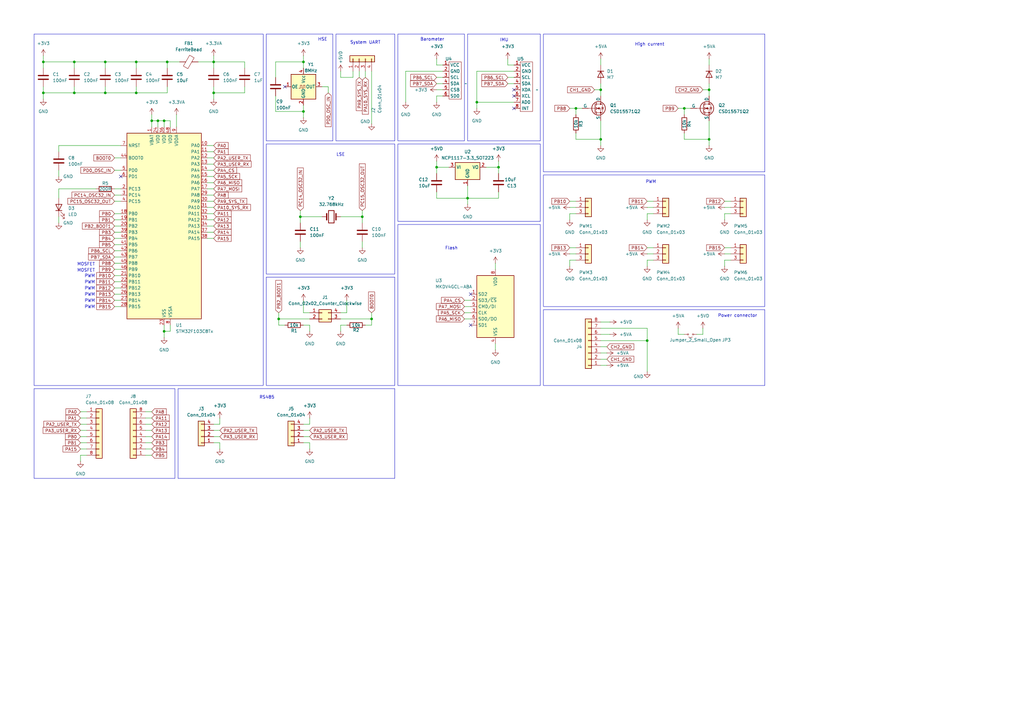
<source format=kicad_sch>
(kicad_sch (version 20231120) (generator "eeschema") (generator_version "8.0")
  (paper "A3")
  (junction (at 30.48 25.4))
  (junction (at 17.78 38.1))
  (junction (at 30.48 38.1))
  (junction (at 179.07 68.58))
  (junction (at 68.58 25.4))
  (junction (at 124.46 25.4))
  (junction (at 290.83 57.15))
  (junction (at 124.46 45.72))
  (junction (at 246.38 57.15))
  (junction (at 204.47 68.58))
  (junction (at 67.31 135.89))
  (junction (at 290.83 36.83))
  (junction (at 43.18 38.1))
  (junction (at 123.19 88.9))
  (junction (at 55.88 38.1))
  (junction (at 87.63 25.4))
  (junction (at 236.22 44.45))
  (junction (at 191.77 81.28))
  (junction (at 64.77 49.53))
  (junction (at 265.43 139.7))
  (junction (at 17.78 25.4))
  (junction (at 43.18 25.4))
  (junction (at 148.59 88.9))
  (junction (at 87.63 38.1))
  (junction (at 152.4 130.81))
  (junction (at 62.23 49.53))
  (junction (at 55.88 25.4))
  (junction (at 280.67 44.45))
  (junction (at 67.31 49.53))
  (junction (at 195.58 41.91))
  (junction (at 114.3 130.81))
  (junction (at 246.38 36.83))
  (no_connect (at 193.04 133.35))
  (no_connect (at 116.84 35.56))
  (no_connect (at 193.04 120.65))
  (no_connect (at 210.82 39.37))
  (no_connect (at 210.82 44.45))
  (no_connect (at 210.82 36.83))
  (no_connect (at 49.53 72.39))
  (wire (pts (xy 124.46 176.53) (xy 127 176.53)))
  (wire (pts (xy 265.43 104.14) (xy 267.97 104.14)))
  (wire (pts (xy 24.13 88.9) (xy 24.13 91.44)))
  (wire (pts (xy 134.62 38.1) (xy 134.62 35.56)))
  (wire (pts (xy 87.63 179.07) (xy 90.17 179.07)))
  (wire (pts (xy 147.32 29.21) (xy 147.32 31.75)))
  (wire (pts (xy 204.47 66.04) (xy 204.47 68.58)))
  (wire (pts (xy 90.17 171.45) (xy 90.17 173.99)))
  (wire (pts (xy 46.99 120.65) (xy 49.53 120.65)))
  (wire (pts (xy 233.68 44.45) (xy 236.22 44.45)))
  (wire (pts (xy 124.46 25.4) (xy 124.46 27.94)))
  (wire (pts (xy 139.7 130.81) (xy 152.4 130.81)))
  (wire (pts (xy 100.33 35.56) (xy 100.33 38.1)))
  (wire (pts (xy 208.28 31.75) (xy 210.82 31.75)))
  (wire (pts (xy 33.02 186.69) (xy 35.56 186.69)))
  (wire (pts (xy 278.13 44.45) (xy 280.67 44.45)))
  (wire (pts (xy 46.99 125.73) (xy 49.53 125.73)))
  (wire (pts (xy 179.07 41.91) (xy 179.07 39.37)))
  (wire (pts (xy 46.99 110.49) (xy 49.53 110.49)))
  (wire (pts (xy 62.23 52.07) (xy 62.23 49.53)))
  (wire (pts (xy 69.85 135.89) (xy 67.31 135.89)))
  (wire (pts (xy 62.23 49.53) (xy 64.77 49.53)))
  (wire (pts (xy 142.24 123.19) (xy 142.24 128.27)))
  (wire (pts (xy 17.78 22.86) (xy 17.78 25.4)))
  (wire (pts (xy 204.47 78.74) (xy 204.47 81.28)))
  (wire (pts (xy 233.68 106.68) (xy 236.22 106.68)))
  (wire (pts (xy 46.99 69.85) (xy 49.53 69.85)))
  (wire (pts (xy 233.68 109.22) (xy 233.68 106.68)))
  (wire (pts (xy 297.18 109.22) (xy 297.18 106.68)))
  (wire (pts (xy 179.07 66.04) (xy 179.07 68.58)))
  (wire (pts (xy 43.18 25.4) (xy 30.48 25.4)))
  (wire (pts (xy 191.77 81.28) (xy 204.47 81.28)))
  (wire (pts (xy 265.43 109.22) (xy 265.43 106.68)))
  (wire (pts (xy 35.56 171.45) (xy 33.02 171.45)))
  (wire (pts (xy 195.58 41.91) (xy 195.58 29.21)))
  (wire (pts (xy 203.2 107.95) (xy 203.2 110.49)))
  (wire (pts (xy 123.19 91.44) (xy 123.19 88.9)))
  (wire (pts (xy 43.18 25.4) (xy 55.88 25.4)))
  (wire (pts (xy 233.68 87.63) (xy 236.22 87.63)))
  (wire (pts (xy 113.03 31.75) (xy 113.03 25.4)))
  (wire (pts (xy 90.17 181.61) (xy 87.63 181.61)))
  (wire (pts (xy 127 135.89) (xy 127 133.35)))
  (wire (pts (xy 246.38 137.16) (xy 250.19 137.16)))
  (wire (pts (xy 233.68 90.17) (xy 233.68 87.63)))
  (wire (pts (xy 246.38 49.53) (xy 246.38 57.15)))
  (wire (pts (xy 35.56 168.91) (xy 33.02 168.91)))
  (wire (pts (xy 85.09 59.69) (xy 87.63 59.69)))
  (wire (pts (xy 233.68 82.55) (xy 236.22 82.55)))
  (wire (pts (xy 46.99 115.57) (xy 49.53 115.57)))
  (wire (pts (xy 208.28 24.13) (xy 208.28 26.67)))
  (wire (pts (xy 87.63 38.1) (xy 87.63 35.56)))
  (wire (pts (xy 179.07 24.13) (xy 179.07 26.67)))
  (wire (pts (xy 208.28 26.67) (xy 210.82 26.67)))
  (wire (pts (xy 144.78 31.75) (xy 144.78 29.21)))
  (wire (pts (xy 265.43 134.62) (xy 265.43 139.7)))
  (wire (pts (xy 179.07 34.29) (xy 181.61 34.29)))
  (wire (pts (xy 87.63 82.55) (xy 85.09 82.55)))
  (wire (pts (xy 43.18 38.1) (xy 43.18 35.56)))
  (wire (pts (xy 59.69 171.45) (xy 62.23 171.45)))
  (wire (pts (xy 246.38 59.69) (xy 246.38 57.15)))
  (wire (pts (xy 46.99 87.63) (xy 49.53 87.63)))
  (wire (pts (xy 24.13 77.47) (xy 24.13 81.28)))
  (wire (pts (xy 246.38 34.29) (xy 246.38 36.83)))
  (wire (pts (xy 46.99 105.41) (xy 49.53 105.41)))
  (wire (pts (xy 67.31 49.53) (xy 67.31 52.07)))
  (wire (pts (xy 148.59 99.06) (xy 148.59 101.6)))
  (wire (pts (xy 123.19 99.06) (xy 123.19 101.6)))
  (wire (pts (xy 59.69 168.91) (xy 62.23 168.91)))
  (wire (pts (xy 190.5 130.81) (xy 193.04 130.81)))
  (wire (pts (xy 265.43 101.6) (xy 267.97 101.6)))
  (wire (pts (xy 59.69 186.69) (xy 62.23 186.69)))
  (wire (pts (xy 280.67 46.99) (xy 280.67 44.45)))
  (wire (pts (xy 46.99 123.19) (xy 49.53 123.19)))
  (wire (pts (xy 233.68 85.09) (xy 236.22 85.09)))
  (wire (pts (xy 124.46 45.72) (xy 113.03 45.72)))
  (wire (pts (xy 204.47 68.58) (xy 204.47 71.12)))
  (wire (pts (xy 208.28 34.29) (xy 210.82 34.29)))
  (wire (pts (xy 67.31 49.53) (xy 69.85 49.53)))
  (wire (pts (xy 246.38 144.78) (xy 248.92 144.78)))
  (wire (pts (xy 297.18 87.63) (xy 299.72 87.63)))
  (wire (pts (xy 297.18 104.14) (xy 299.72 104.14)))
  (wire (pts (xy 85.09 85.09) (xy 87.63 85.09)))
  (wire (pts (xy 179.07 31.75) (xy 181.61 31.75)))
  (wire (pts (xy 35.56 176.53) (xy 33.02 176.53)))
  (wire (pts (xy 116.84 133.35) (xy 114.3 133.35)))
  (wire (pts (xy 100.33 27.94) (xy 100.33 25.4)))
  (wire (pts (xy 179.07 39.37) (xy 181.61 39.37)))
  (wire (pts (xy 248.92 147.32) (xy 246.38 147.32)))
  (wire (pts (xy 265.43 87.63) (xy 267.97 87.63)))
  (wire (pts (xy 67.31 135.89) (xy 67.31 133.35)))
  (wire (pts (xy 243.84 36.83) (xy 246.38 36.83)))
  (wire (pts (xy 46.99 97.79) (xy 49.53 97.79)))
  (wire (pts (xy 265.43 90.17) (xy 265.43 87.63)))
  (wire (pts (xy 90.17 184.15) (xy 90.17 181.61)))
  (wire (pts (xy 123.19 88.9) (xy 132.08 88.9)))
  (wire (pts (xy 85.09 92.71) (xy 87.63 92.71)))
  (wire (pts (xy 87.63 25.4) (xy 100.33 25.4)))
  (wire (pts (xy 59.69 176.53) (xy 62.23 176.53)))
  (wire (pts (xy 17.78 25.4) (xy 17.78 27.94)))
  (wire (pts (xy 55.88 35.56) (xy 55.88 38.1)))
  (wire (pts (xy 246.38 149.86) (xy 248.92 149.86)))
  (wire (pts (xy 190.5 125.73) (xy 193.04 125.73)))
  (wire (pts (xy 195.58 29.21) (xy 210.82 29.21)))
  (wire (pts (xy 68.58 38.1) (xy 55.88 38.1)))
  (wire (pts (xy 46.99 82.55) (xy 49.53 82.55)))
  (wire (pts (xy 290.83 24.13) (xy 290.83 26.67)))
  (wire (pts (xy 139.7 88.9) (xy 148.59 88.9)))
  (wire (pts (xy 139.7 31.75) (xy 144.78 31.75)))
  (wire (pts (xy 46.99 77.47) (xy 49.53 77.47)))
  (wire (pts (xy 46.99 64.77) (xy 49.53 64.77)))
  (wire (pts (xy 24.13 77.47) (xy 39.37 77.47)))
  (wire (pts (xy 46.99 118.11) (xy 49.53 118.11)))
  (wire (pts (xy 124.46 22.86) (xy 124.46 25.4)))
  (wire (pts (xy 191.77 81.28) (xy 191.77 76.2)))
  (wire (pts (xy 30.48 27.94) (xy 30.48 25.4)))
  (wire (pts (xy 33.02 189.23) (xy 33.02 186.69)))
  (wire (pts (xy 290.83 49.53) (xy 290.83 57.15)))
  (wire (pts (xy 179.07 68.58) (xy 184.15 68.58)))
  (wire (pts (xy 265.43 106.68) (xy 267.97 106.68)))
  (wire (pts (xy 148.59 88.9) (xy 148.59 91.44)))
  (wire (pts (xy 127 181.61) (xy 124.46 181.61)))
  (wire (pts (xy 152.4 50.8) (xy 152.4 29.21)))
  (wire (pts (xy 236.22 46.99) (xy 236.22 44.45)))
  (wire (pts (xy 195.58 44.45) (xy 195.58 41.91)))
  (wire (pts (xy 134.62 35.56) (xy 132.08 35.56)))
  (wire (pts (xy 35.56 179.07) (xy 33.02 179.07)))
  (wire (pts (xy 69.85 133.35) (xy 69.85 135.89)))
  (wire (pts (xy 179.07 81.28) (xy 179.07 78.74)))
  (wire (pts (xy 85.09 87.63) (xy 87.63 87.63)))
  (wire (pts (xy 297.18 101.6) (xy 299.72 101.6)))
  (wire (pts (xy 297.18 106.68) (xy 299.72 106.68)))
  (wire (pts (xy 85.09 72.39) (xy 87.63 72.39)))
  (wire (pts (xy 46.99 107.95) (xy 49.53 107.95)))
  (wire (pts (xy 265.43 152.4) (xy 265.43 139.7)))
  (wire (pts (xy 280.67 57.15) (xy 280.67 54.61)))
  (wire (pts (xy 35.56 184.15) (xy 33.02 184.15)))
  (wire (pts (xy 43.18 27.94) (xy 43.18 25.4)))
  (wire (pts (xy 68.58 35.56) (xy 68.58 38.1)))
  (wire (pts (xy 59.69 184.15) (xy 62.23 184.15)))
  (wire (pts (xy 278.13 134.62) (xy 278.13 137.16)))
  (wire (pts (xy 297.18 90.17) (xy 297.18 87.63)))
  (wire (pts (xy 179.07 36.83) (xy 181.61 36.83)))
  (wire (pts (xy 35.56 181.61) (xy 33.02 181.61)))
  (wire (pts (xy 46.99 113.03) (xy 49.53 113.03)))
  (wire (pts (xy 139.7 29.21) (xy 139.7 31.75)))
  (wire (pts (xy 64.77 49.53) (xy 67.31 49.53)))
  (wire (pts (xy 139.7 133.35) (xy 139.7 135.89)))
  (wire (pts (xy 233.68 104.14) (xy 236.22 104.14)))
  (wire (pts (xy 87.63 22.86) (xy 87.63 25.4)))
  (wire (pts (xy 55.88 38.1) (xy 43.18 38.1)))
  (wire (pts (xy 85.09 97.79) (xy 87.63 97.79)))
  (wire (pts (xy 59.69 181.61) (xy 62.23 181.61)))
  (wire (pts (xy 148.59 86.36) (xy 148.59 88.9)))
  (wire (pts (xy 85.09 95.25) (xy 87.63 95.25)))
  (wire (pts (xy 127 184.15) (xy 127 181.61)))
  (wire (pts (xy 85.09 69.85) (xy 87.63 69.85)))
  (wire (pts (xy 85.09 74.93) (xy 87.63 74.93)))
  (wire (pts (xy 87.63 176.53) (xy 90.17 176.53)))
  (wire (pts (xy 55.88 25.4) (xy 68.58 25.4)))
  (wire (pts (xy 124.46 123.19) (xy 124.46 128.27)))
  (wire (pts (xy 280.67 44.45) (xy 283.21 44.45)))
  (wire (pts (xy 114.3 133.35) (xy 114.3 130.81)))
  (wire (pts (xy 288.29 137.16) (xy 288.29 134.62)))
  (wire (pts (xy 246.38 132.08) (xy 250.19 132.08)))
  (wire (pts (xy 149.86 133.35) (xy 152.4 133.35)))
  (wire (pts (xy 179.07 81.28) (xy 191.77 81.28)))
  (wire (pts (xy 124.46 43.18) (xy 124.46 45.72)))
  (wire (pts (xy 203.2 140.97) (xy 203.2 143.51)))
  (wire (pts (xy 114.3 130.81) (xy 127 130.81)))
  (wire (pts (xy 152.4 133.35) (xy 152.4 130.81)))
  (wire (pts (xy 30.48 38.1) (xy 43.18 38.1)))
  (wire (pts (xy 280.67 57.15) (xy 290.83 57.15)))
  (wire (pts (xy 87.63 38.1) (xy 100.33 38.1)))
  (wire (pts (xy 124.46 128.27) (xy 127 128.27)))
  (wire (pts (xy 236.22 57.15) (xy 246.38 57.15)))
  (wire (pts (xy 113.03 25.4) (xy 124.46 25.4)))
  (wire (pts (xy 68.58 27.94) (xy 68.58 25.4)))
  (wire (pts (xy 236.22 57.15) (xy 236.22 54.61)))
  (wire (pts (xy 17.78 38.1) (xy 30.48 38.1)))
  (wire (pts (xy 55.88 27.94) (xy 55.88 25.4)))
  (wire (pts (xy 35.56 173.99) (xy 33.02 173.99)))
  (wire (pts (xy 127 133.35) (xy 124.46 133.35)))
  (wire (pts (xy 190.5 123.19) (xy 193.04 123.19)))
  (wire (pts (xy 24.13 59.69) (xy 49.53 59.69)))
  (wire (pts (xy 195.58 41.91) (xy 210.82 41.91)))
  (wire (pts (xy 297.18 85.09) (xy 299.72 85.09)))
  (wire (pts (xy 46.99 102.87) (xy 49.53 102.87)))
  (wire (pts (xy 85.09 90.17) (xy 87.63 90.17)))
  (wire (pts (xy 124.46 48.26) (xy 124.46 45.72)))
  (wire (pts (xy 265.43 85.09) (xy 267.97 85.09)))
  (wire (pts (xy 17.78 25.4) (xy 30.48 25.4)))
  (wire (pts (xy 278.13 137.16) (xy 280.67 137.16)))
  (wire (pts (xy 46.99 92.71) (xy 49.53 92.71)))
  (wire (pts (xy 179.07 26.67) (xy 181.61 26.67)))
  (wire (pts (xy 149.86 29.21) (xy 149.86 31.75)))
  (wire (pts (xy 90.17 173.99) (xy 87.63 173.99)))
  (wire (pts (xy 62.23 46.99) (xy 62.23 49.53)))
  (wire (pts (xy 199.39 68.58) (xy 204.47 68.58)))
  (wire (pts (xy 17.78 38.1) (xy 17.78 40.64)))
  (wire (pts (xy 114.3 128.27) (xy 114.3 130.81)))
  (wire (pts (xy 179.07 71.12) (xy 179.07 68.58)))
  (wire (pts (xy 113.03 45.72) (xy 113.03 39.37)))
  (wire (pts (xy 288.29 36.83) (xy 290.83 36.83)))
  (wire (pts (xy 85.09 67.31) (xy 87.63 67.31)))
  (wire (pts (xy 123.19 86.36) (xy 123.19 88.9)))
  (wire (pts (xy 87.63 25.4) (xy 87.63 27.94)))
  (wire (pts (xy 69.85 49.53) (xy 69.85 52.07)))
  (wire (pts (xy 246.38 39.37) (xy 246.38 36.83)))
  (wire (pts (xy 166.37 29.21) (xy 181.61 29.21)))
  (wire (pts (xy 85.09 77.47) (xy 87.63 77.47)))
  (wire (pts (xy 246.38 134.62) (xy 265.43 134.62)))
  (wire (pts (xy 127 171.45) (xy 127 173.99)))
  (wire (pts (xy 85.09 80.01) (xy 87.63 80.01)))
  (wire (pts (xy 290.83 39.37) (xy 290.83 36.83)))
  (wire (pts (xy 81.28 25.4) (xy 87.63 25.4)))
  (wire (pts (xy 64.77 49.53) (xy 64.77 52.07)))
  (wire (pts (xy 17.78 35.56) (xy 17.78 38.1)))
  (wire (pts (xy 46.99 95.25) (xy 49.53 95.25)))
  (wire (pts (xy 72.39 46.99) (xy 72.39 52.07)))
  (wire (pts (xy 265.43 139.7) (xy 246.38 139.7)))
  (wire (pts (xy 46.99 80.01) (xy 49.53 80.01)))
  (wire (pts (xy 59.69 179.07) (xy 62.23 179.07)))
  (wire (pts (xy 124.46 179.07) (xy 127 179.07)))
  (wire (pts (xy 142.24 133.35) (xy 139.7 133.35)))
  (wire (pts (xy 85.09 64.77) (xy 87.63 64.77)))
  (wire (pts (xy 24.13 62.23) (xy 24.13 59.69)))
  (wire (pts (xy 285.75 137.16) (xy 288.29 137.16)))
  (wire (pts (xy 85.09 62.23) (xy 87.63 62.23)))
  (wire (pts (xy 166.37 41.91) (xy 166.37 29.21)))
  (wire (pts (xy 59.69 173.99) (xy 62.23 173.99)))
  (wire (pts (xy 297.18 82.55) (xy 299.72 82.55)))
  (wire (pts (xy 248.92 142.24) (xy 246.38 142.24)))
  (wire (pts (xy 30.48 35.56) (xy 30.48 38.1)))
  (wire (pts (xy 46.99 90.17) (xy 49.53 90.17)))
  (wire (pts (xy 265.43 82.55) (xy 267.97 82.55)))
  (wire (pts (xy 67.31 138.43) (xy 67.31 135.89)))
  (wire (pts (xy 290.83 59.69) (xy 290.83 57.15)))
  (wire (pts (xy 68.58 25.4) (xy 73.66 25.4)))
  (wire (pts (xy 191.77 81.28) (xy 191.77 83.82)))
  (wire (pts (xy 152.4 128.27) (xy 152.4 130.81)))
  (wire (pts (xy 127 173.99) (xy 124.46 173.99)))
  (wire (pts (xy 139.7 128.27) (xy 142.24 128.27)))
  (wire (pts (xy 246.38 24.13) (xy 246.38 26.67)))
  (wire (pts (xy 190.5 128.27) (xy 193.04 128.27)))
  (wire (pts (xy 24.13 69.85) (xy 24.13 72.39)))
  (wire (pts (xy 87.63 40.64) (xy 87.63 38.1)))
  (wire (pts (xy 46.99 100.33) (xy 49.53 100.33)))
  (wire (pts (xy 290.83 34.29) (xy 290.83 36.83)))
  (wire (pts (xy 233.68 101.6) (xy 236.22 101.6)))
  (wire (pts (xy 236.22 44.45) (xy 238.76 44.45)))
  (rectangle (start 109.22 13.97) (end 136.525 57.785))
  (rectangle (start 13.97 13.97) (end 107.95 158.115))
  (rectangle (start 222.885 13.97) (end 313.69 70.485))
  (rectangle (start 222.885 71.755) (end 313.69 125.73))
  (rectangle (start 109.22 59.055) (end 161.925 112.395))
  (rectangle (start 13.97 159.385) (end 71.755 196.215))
  (rectangle (start 222.885 127) (end 313.69 158.115))
  (rectangle (start 137.795 13.97) (end 161.925 57.785))
  (rectangle (start 163.195 13.97) (end 190.5 57.785))
  (rectangle (start 109.22 113.665) (end 161.925 158.115))
  (rectangle (start 73.025 159.385) (end 161.925 196.215))
  (rectangle (start 163.195 92.075) (end 221.615 158.115))
  (rectangle (start 163.195 59.055) (end 221.615 90.805))
  (rectangle (start 191.77 13.97) (end 221.615 57.785))
  (text "HSE" (at 132.334 16.256 0) (effects (font (size 1.27 1.27))))
  (text "Barometer" (at 177.292 16.256 0) (effects (font (size 1.27 1.27))))
  (text "PWM" (at 36.83 125.984 0) (effects (font (size 1.27 1.27))))
  (text "System UART" (at 149.86 17.526 0) (effects (font (size 1.27 1.27))))
  (text "PWM" (at 36.83 113.284 0) (effects (font (size 1.27 1.27))))
  (text "Power connector" (at 302.514 129.54 0) (effects (font (size 1.27 1.27))))
  (text "High current" (at 266.446 18.288 0) (effects (font (size 1.27 1.27))))
  (text "PWM" (at 266.954 74.676 0) (effects (font (size 1.27 1.27))))
  (text "RS485" (at 109.474 163.068 0) (effects (font (size 1.27 1.27))))
  (text "PWM" (at 36.83 120.904 0) (effects (font (size 1.27 1.27))))
  (text "PWM" (at 36.83 123.444 0) (effects (font (size 1.27 1.27))))
  (text "LSE" (at 139.7 63.5 0) (effects (font (size 1.27 1.27))))
  (text "PWM" (at 36.83 118.364 0) (effects (font (size 1.27 1.27))))
  (text "Flash" (at 185.166 101.854 0) (effects (font (size 1.27 1.27))))
  (text "PWM" (at 36.83 115.824 0) (effects (font (size 1.27 1.27))))
  (text "MOSFET" (at 35.306 108.458 0) (effects (font (size 1.27 1.27))))
  (text "MOSFET" (at 35.306 110.998 0) (effects (font (size 1.27 1.27))))
  (text "IMU" (at 206.756 16.51 0) (effects (font (size 1.27 1.27))))
  (global_label "CH2_GND" (shape input) (at 288.29 36.83 180) (property "Intersheetrefs" "${INTERSHEET_REFS}" (effects (hide yes))))
  (global_label "PA3_USER_RX" (shape input) (at 33.02 176.53 180) (property "Intersheetrefs" "${INTERSHEET_REFS}" (effects (hide yes))))
  (global_label "PA2_USER_TX" (shape input) (at 33.02 173.99 180) (property "Intersheetrefs" "${INTERSHEET_REFS}" (effects (hide yes))))
  (global_label "CH2_GND" (shape input) (at 248.92 142.24 0) (property "Intersheetrefs" "${INTERSHEET_REFS}" (effects (hide yes))))
  (global_label "PB12" (shape input) (at 297.18 82.55 180) (property "Intersheetrefs" "${INTERSHEET_REFS}" (effects (hide yes))))
  (global_label "PC14_OSC32_IN" (shape input) (at 123.19 86.36 90) (property "Intersheetrefs" "${INTERSHEET_REFS}" (effects (hide yes))))
  (global_label "PA5_SCK" (shape input) (at 87.63 72.39 0) (property "Intersheetrefs" "${INTERSHEET_REFS}" (effects (hide yes))))
  (global_label "PB9" (shape input) (at 278.13 44.45 180) (property "Intersheetrefs" "${INTERSHEET_REFS}" (effects (hide yes))))
  (global_label "PA9_SYS_TX" (shape input) (at 87.63 82.55 0) (property "Intersheetrefs" "${INTERSHEET_REFS}" (effects (hide yes))))
  (global_label "PA7_MOSI" (shape input) (at 190.5 125.73 180) (property "Intersheetrefs" "${INTERSHEET_REFS}" (effects (hide yes))))
  (global_label "PB9" (shape input) (at 46.99 110.49 180) (property "Intersheetrefs" "${INTERSHEET_REFS}" (effects (hide yes))))
  (global_label "PA2_USER_TX" (shape input) (at 90.17 176.53 0) (property "Intersheetrefs" "${INTERSHEET_REFS}" (effects (hide yes))))
  (global_label "PA14" (shape input) (at 87.63 95.25 0) (property "Intersheetrefs" "${INTERSHEET_REFS}" (effects (hide yes))))
  (global_label "PB14" (shape input) (at 46.99 123.19 180) (property "Intersheetrefs" "${INTERSHEET_REFS}" (effects (hide yes))))
  (global_label "PB1" (shape input) (at 46.99 90.17 180) (property "Intersheetrefs" "${INTERSHEET_REFS}" (effects (hide yes))))
  (global_label "PB15" (shape input) (at 297.18 101.6 180) (property "Intersheetrefs" "${INTERSHEET_REFS}" (effects (hide yes))))
  (global_label "PA8" (shape input) (at 87.63 80.01 0) (property "Intersheetrefs" "${INTERSHEET_REFS}" (effects (hide yes))))
  (global_label "PB3" (shape input) (at 46.99 95.25 180) (property "Intersheetrefs" "${INTERSHEET_REFS}" (effects (hide yes))))
  (global_label "PB12" (shape input) (at 46.99 118.11 180) (property "Intersheetrefs" "${INTERSHEET_REFS}" (effects (hide yes))))
  (global_label "PA4_CS" (shape input) (at 190.5 123.19 180) (property "Intersheetrefs" "${INTERSHEET_REFS}" (effects (hide yes))))
  (global_label "PB3" (shape input) (at 62.23 181.61 0) (property "Intersheetrefs" "${INTERSHEET_REFS}" (effects (hide yes))))
  (global_label "PB13" (shape input) (at 46.99 120.65 180) (property "Intersheetrefs" "${INTERSHEET_REFS}" (effects (hide yes))))
  (global_label "PA13" (shape input) (at 87.63 92.71 0) (property "Intersheetrefs" "${INTERSHEET_REFS}" (effects (hide yes))))
  (global_label "PA12" (shape input) (at 87.63 90.17 0) (property "Intersheetrefs" "${INTERSHEET_REFS}" (effects (hide yes))))
  (global_label "PB1" (shape input) (at 33.02 181.61 180) (property "Intersheetrefs" "${INTERSHEET_REFS}" (effects (hide yes))))
  (global_label "PA3_USER_RX" (shape input) (at 87.63 67.31 0) (property "Intersheetrefs" "${INTERSHEET_REFS}" (effects (hide yes))))
  (global_label "PA15" (shape input) (at 33.02 184.15 180) (property "Intersheetrefs" "${INTERSHEET_REFS}" (effects (hide yes))))
  (global_label "PB4" (shape input) (at 46.99 97.79 180) (property "Intersheetrefs" "${INTERSHEET_REFS}" (effects (hide yes))))
  (global_label "PA10_SYS_RX" (shape input) (at 149.86 31.75 270) (property "Intersheetrefs" "${INTERSHEET_REFS}" (effects (hide yes))))
  (global_label "PA3_USER_RX" (shape input) (at 127 179.07 0) (property "Intersheetrefs" "${INTERSHEET_REFS}" (effects (hide yes))))
  (global_label "PB8" (shape input) (at 233.68 44.45 180) (property "Intersheetrefs" "${INTERSHEET_REFS}" (effects (hide yes))))
  (global_label "PB7_SDA" (shape input) (at 179.07 34.29 180) (property "Intersheetrefs" "${INTERSHEET_REFS}" (effects (hide yes))))
  (global_label "BOOT0" (shape input) (at 152.4 128.27 90) (property "Intersheetrefs" "${INTERSHEET_REFS}" (effects (hide yes))))
  (global_label "PC15_OSC32_OUT" (shape input) (at 148.59 86.36 90) (property "Intersheetrefs" "${INTERSHEET_REFS}" (effects (hide yes))))
  (global_label "PA3_USER_RX" (shape input) (at 90.17 179.07 0) (property "Intersheetrefs" "${INTERSHEET_REFS}" (effects (hide yes))))
  (global_label "PA10_SYS_RX" (shape input) (at 87.63 85.09 0) (property "Intersheetrefs" "${INTERSHEET_REFS}" (effects (hide yes))))
  (global_label "PB5" (shape input) (at 62.23 186.69 0) (property "Intersheetrefs" "${INTERSHEET_REFS}" (effects (hide yes))))
  (global_label "PB8" (shape input) (at 46.99 107.95 180) (property "Intersheetrefs" "${INTERSHEET_REFS}" (effects (hide yes))))
  (global_label "PB7_SDA" (shape input) (at 208.28 34.29 180) (property "Intersheetrefs" "${INTERSHEET_REFS}" (effects (hide yes))))
  (global_label "PB10" (shape input) (at 46.99 113.03 180) (property "Intersheetrefs" "${INTERSHEET_REFS}" (effects (hide yes))))
  (global_label "PB10" (shape input) (at 233.68 82.55 180) (property "Intersheetrefs" "${INTERSHEET_REFS}" (effects (hide yes))))
  (global_label "PA2_USER_TX" (shape input) (at 87.63 64.77 0) (property "Intersheetrefs" "${INTERSHEET_REFS}" (effects (hide yes))))
  (global_label "PA7_MOSI" (shape input) (at 87.63 77.47 0) (property "Intersheetrefs" "${INTERSHEET_REFS}" (effects (hide yes))))
  (global_label "PA2_USER_TX" (shape input) (at 127 176.53 0) (property "Intersheetrefs" "${INTERSHEET_REFS}" (effects (hide yes))))
  (global_label "PA1" (shape input) (at 33.02 171.45 180) (property "Intersheetrefs" "${INTERSHEET_REFS}" (effects (hide yes))))
  (global_label "PC15_OSC32_OUT" (shape input) (at 46.99 82.55 180) (property "Intersheetrefs" "${INTERSHEET_REFS}" (effects (hide yes))))
  (global_label "PB6_SCL" (shape input) (at 179.07 31.75 180) (property "Intersheetrefs" "${INTERSHEET_REFS}" (effects (hide yes))))
  (global_label "PA15" (shape input) (at 87.63 97.79 0) (property "Intersheetrefs" "${INTERSHEET_REFS}" (effects (hide yes))))
  (global_label "PB2_BOOT1" (shape input) (at 114.3 128.27 90) (property "Intersheetrefs" "${INTERSHEET_REFS}" (effects (hide yes))))
  (global_label "PD0_OSC_IN" (shape input) (at 134.62 38.1 270) (property "Intersheetrefs" "${INTERSHEET_REFS}" (effects (hide yes))))
  (global_label "PA5_SCK" (shape input) (at 190.5 128.27 180) (property "Intersheetrefs" "${INTERSHEET_REFS}" (effects (hide yes))))
  (global_label "PB5" (shape input) (at 46.99 100.33 180) (property "Intersheetrefs" "${INTERSHEET_REFS}" (effects (hide yes))))
  (global_label "PA12" (shape input) (at 62.23 173.99 0) (property "Intersheetrefs" "${INTERSHEET_REFS}" (effects (hide yes))))
  (global_label "PA6_MISO" (shape input) (at 190.5 130.81 180) (property "Intersheetrefs" "${INTERSHEET_REFS}" (effects (hide yes))))
  (global_label "PB4" (shape input) (at 62.23 184.15 0) (property "Intersheetrefs" "${INTERSHEET_REFS}" (effects (hide yes))))
  (global_label "PB0" (shape input) (at 33.02 179.07 180) (property "Intersheetrefs" "${INTERSHEET_REFS}" (effects (hide yes))))
  (global_label "PA0" (shape input) (at 33.02 168.91 180) (property "Intersheetrefs" "${INTERSHEET_REFS}" (effects (hide yes))))
  (global_label "PA1" (shape input) (at 87.63 62.23 0) (property "Intersheetrefs" "${INTERSHEET_REFS}" (effects (hide yes))))
  (global_label "PB6_SCL" (shape input) (at 208.28 31.75 180) (property "Intersheetrefs" "${INTERSHEET_REFS}" (effects (hide yes))))
  (global_label "PB15" (shape input) (at 46.99 125.73 180) (property "Intersheetrefs" "${INTERSHEET_REFS}" (effects (hide yes))))
  (global_label "PB11" (shape input) (at 265.43 82.55 180) (property "Intersheetrefs" "${INTERSHEET_REFS}" (effects (hide yes))))
  (global_label "PA6_MISO" (shape input) (at 87.63 74.93 0) (property "Intersheetrefs" "${INTERSHEET_REFS}" (effects (hide yes))))
  (global_label "PB14" (shape input) (at 265.43 101.6 180) (property "Intersheetrefs" "${INTERSHEET_REFS}" (effects (hide yes))))
  (global_label "PB6_SCL" (shape input) (at 46.99 102.87 180) (property "Intersheetrefs" "${INTERSHEET_REFS}" (effects (hide yes))))
  (global_label "PA13" (shape input) (at 62.23 176.53 0) (property "Intersheetrefs" "${INTERSHEET_REFS}" (effects (hide yes))))
  (global_label "CH1_GND" (shape input) (at 248.92 147.32 0) (property "Intersheetrefs" "${INTERSHEET_REFS}" (effects (hide yes))))
  (global_label "PC14_OSC32_IN" (shape input) (at 46.99 80.01 180) (property "Intersheetrefs" "${INTERSHEET_REFS}" (effects (hide yes))))
  (global_label "CH1_GND" (shape input) (at 243.84 36.83 180) (property "Intersheetrefs" "${INTERSHEET_REFS}" (effects (hide yes))))
  (global_label "PB13" (shape input) (at 233.68 101.6 180) (property "Intersheetrefs" "${INTERSHEET_REFS}" (effects (hide yes))))
  (global_label "PA9_SYS_TX" (shape input) (at 147.32 31.75 270) (property "Intersheetrefs" "${INTERSHEET_REFS}" (effects (hide yes))))
  (global_label "PA11" (shape input) (at 62.23 171.45 0) (property "Intersheetrefs" "${INTERSHEET_REFS}" (effects (hide yes))))
  (global_label "PB7_SDA" (shape input) (at 46.99 105.41 180) (property "Intersheetrefs" "${INTERSHEET_REFS}" (effects (hide yes))))
  (global_label "PA4_CS" (shape input) (at 87.63 69.85 0) (property "Intersheetrefs" "${INTERSHEET_REFS}" (effects (hide yes))))
  (global_label "PA14" (shape input) (at 62.23 179.07 0) (property "Intersheetrefs" "${INTERSHEET_REFS}" (effects (hide yes))))
  (global_label "PA0" (shape input) (at 87.63 59.69 0) (property "Intersheetrefs" "${INTERSHEET_REFS}" (effects (hide yes))))
  (global_label "PB0" (shape input) (at 46.99 87.63 180) (property "Intersheetrefs" "${INTERSHEET_REFS}" (effects (hide yes))))
  (global_label "PB2_BOOT1" (shape input) (at 46.99 92.71 180) (property "Intersheetrefs" "${INTERSHEET_REFS}" (effects (hide yes))))
  (global_label "PD0_OSC_IN" (shape input) (at 46.99 69.85 180) (property "Intersheetrefs" "${INTERSHEET_REFS}" (effects (hide yes))))
  (global_label "BOOT0" (shape input) (at 46.99 64.77 180) (property "Intersheetrefs" "${INTERSHEET_REFS}" (effects (hide yes))))
  (global_label "PA8" (shape input) (at 62.23 168.91 0) (property "Intersheetrefs" "${INTERSHEET_REFS}" (effects (hide yes))))
  (global_label "PA11" (shape input) (at 87.63 87.63 0) (property "Intersheetrefs" "${INTERSHEET_REFS}" (effects (hide yes))))
  (global_label "PB11" (shape input) (at 46.99 115.57 180) (property "Intersheetrefs" "${INTERSHEET_REFS}" (effects (hide yes))))
  (symbol (lib_id "power:GND") (at 290.83 59.69 0) (unit 1)
    (property "Reference" "#PWR033" (effects (hide yes)))
    (property "Value" "GND" (at 290.83 64.77 0))
    (property "Description" "Power symbol creates a global label with name \"GND\" , ground" (effects (hide yes)))
  )
  (symbol (lib_id "Connector_Generic:Conn_01x03") (at 241.3 85.09 0) (unit 1)
    (property "Reference" "PWM1" (at 237.49 92.71 0) (effects (justify left)))
    (property "Value" "Conn_01x03" (at 237.49 95.25 0) (effects (justify left)))
    (property "Footprint" "uwac-flight-computer:PWM" (effects (hide yes)))
    (property "Description" "Generic connector, single row, 01x03, script generated (kicad-library-utils/schlib/autogen/connector/)" (effects (hide yes)))
  )
  (symbol (lib_id "power:GND") (at 246.38 59.69 0) (unit 1)
    (property "Reference" "#PWR030" (effects (hide yes)))
    (property "Value" "GND" (at 246.38 64.77 0))
    (property "Description" "Power symbol creates a global label with name \"GND\" , ground" (effects (hide yes)))
  )
  (symbol (lib_id "power:GND") (at 233.68 90.17 0) (unit 1)
    (property "Reference" "#PWR035" (effects (hide yes)))
    (property "Value" "GND" (at 233.68 95.25 0))
    (property "Description" "Power symbol creates a global label with name \"GND\" , ground" (effects (hide yes)))
  )
  (symbol (lib_id "Device:R") (at 43.18 77.47 90) (unit 1)
    (property "Reference" "R5" (at 43.18 75.184 90))
    (property "Value" "200R" (at 43.18 77.47 90))
    (property "Footprint" "Resistor_SMD:R_0402_1005Metric" (effects (hide yes)))
    (property "Description" "Resistor" (effects (hide yes)))
    (property "LCSC" "C25087" (effects (hide yes)))
  )
  (symbol (lib_id "Connector_Generic:Conn_01x03") (at 304.8 85.09 0) (unit 1)
    (property "Reference" "PWM5" (at 300.99 92.71 0) (effects (justify left)))
    (property "Value" "Conn_01x03" (at 300.99 95.25 0) (effects (justify left)))
    (property "Footprint" "uwac-flight-computer:PWM" (effects (hide yes)))
    (property "Description" "Generic connector, single row, 01x03, script generated (kicad-library-utils/schlib/autogen/connector/)" (effects (hide yes)))
  )
  (symbol (lib_id "power:GND") (at 67.31 138.43 0) (unit 1)
    (property "Reference" "#PWR010" (effects (hide yes)))
    (property "Value" "GND" (at 67.31 143.51 0))
    (property "Description" "Power symbol creates a global label with name \"GND\" , ground" (effects (hide yes)))
  )
  (symbol (lib_id "Connector_Generic:Conn_01x04") (at 119.38 179.07 180) (unit 1)
    (property "Reference" "J5" (at 119.38 167.64 0))
    (property "Value" "Conn_01x04" (at 119.38 170.18 0))
    (property "Footprint" "Connector_PinHeader_2.54mm:PinHeader_1x04_P2.54mm_Vertical" (effects (hide yes)))
    (property "Description" "Generic connector, single row, 01x04, script generated (kicad-library-utils/schlib/autogen/connector/)" (effects (hide yes)))
  )
  (symbol (lib_id "Device:C") (at 43.18 31.75 0) (unit 1)
    (property "Reference" "C3" (at 46.99 30.4799 0) (effects (justify left)))
    (property "Value" "100nF" (at 46.99 33.0199 0) (effects (justify left)))
    (property "Footprint" "Capacitor_SMD:C_0402_1005Metric" (effects (hide yes)))
    (property "Description" "Unpolarized capacitor" (effects (hide yes)))
    (property "LCSC" "C1525" (effects (hide yes)))
  )
  (symbol (lib_id "power:GND") (at 265.43 152.4 0) (unit 1)
    (property "Reference" "#PWR058" (effects (hide yes)))
    (property "Value" "GND" (at 261.874 154.432 0))
    (property "Description" "Power symbol creates a global label with name \"GND\" , ground" (effects (hide yes)))
  )
  (symbol (lib_id "power:+5VA") (at 278.13 134.62 0) (unit 1)
    (property "Reference" "#PWR050" (effects (hide yes)))
    (property "Value" "+5VA" (at 278.13 129.54 0))
    (property "Description" "Power symbol creates a global label with name \"+5VA\"" (effects (hide yes)))
  )
  (symbol (lib_id "power:+5VA") (at 290.83 24.13 0) (unit 1)
    (property "Reference" "#PWR032" (effects (hide yes)))
    (property "Value" "+5VA" (at 290.83 19.05 0))
    (property "Description" "Power symbol creates a global label with name \"+5VA\"" (effects (hide yes)))
  )
  (symbol (lib_id "power:+3V3") (at 17.78 22.86 0) (unit 1)
    (property "Reference" "#PWR02" (effects (hide yes)))
    (property "Value" "+3V3" (at 17.78 17.78 0))
    (property "Description" "Power symbol creates a global label with name \"+3V3\"" (effects (hide yes)))
  )
  (symbol (lib_id "Device:R") (at 236.22 50.8 180) (unit 1)
    (property "Reference" "R3" (at 238.252 50.8 90))
    (property "Value" "10k" (at 236.22 50.8 90))
    (property "Footprint" "Resistor_SMD:R_0402_1005Metric" (effects (hide yes)))
    (property "Description" "Resistor" (effects (hide yes)))
    (property "LCSC" "C25744" (effects (hide yes)))
  )
  (symbol (lib_id "power:+3V3") (at 204.47 66.04 0) (unit 1)
    (property "Reference" "#PWR017" (effects (hide yes)))
    (property "Value" "+3V3" (at 204.47 60.96 0))
    (property "Description" "Power symbol creates a global label with name \"+3V3\"" (effects (hide yes)))
  )
  (symbol (lib_id "Connector_Generic:Conn_01x03") (at 241.3 104.14 0) (unit 1)
    (property "Reference" "PWM3" (at 237.49 111.76 0) (effects (justify left)))
    (property "Value" "Conn_01x03" (at 237.49 114.3 0) (effects (justify left)))
    (property "Footprint" "uwac-flight-computer:PWM" (effects (hide yes)))
    (property "Description" "Generic connector, single row, 01x03, script generated (kicad-library-utils/schlib/autogen/connector/)" (effects (hide yes)))
  )
  (symbol (lib_id "uwac-flight-computer:generic_mpu6050_module") (at 213.36 24.13 0) (unit 1)
    (property "Reference" "U5" (at 212.09 24.13 0) (effects (justify left)))
    (property "Value" "~" (at 219.71 36.83 0) (effects (justify left)))
    (property "Footprint" "uwac-flight-computer:generic_mpu6050_module" (effects (hide yes)))
  )
  (symbol (lib_id "power:+5VD") (at 179.07 66.04 0) (unit 1)
    (property "Reference" "#PWR018" (effects (hide yes)))
    (property "Value" "+5VD" (at 179.07 60.96 0))
    (property "Description" "Power symbol creates a global label with name \"+5VD\"" (effects (hide yes)))
  )
  (symbol (lib_id "Device:D") (at 246.38 30.48 270) (unit 1)
    (property "Reference" "D1" (at 248.92 29.2099 90) (effects (justify left)))
    (property "Value" "M7" (at 248.92 31.7499 90) (effects (justify left)))
    (property "Footprint" "Diode_SMD:D_SMA" (effects (hide yes)))
    (property "Description" "Diode" (effects (hide yes)))
    (property "Sim.Device" "D" (effects (hide yes)))
    (property "Sim.Pins" "1=K 2=A" (effects (hide yes)))
    (property "LCSC" "C95872" (effects (hide yes)))
  )
  (symbol (lib_id "power:+5VA") (at 297.18 104.14 90) (unit 1)
    (property "Reference" "#PWR044" (effects (hide yes)))
    (property "Value" "+5VA" (at 293.37 104.1399 90) (effects (justify left)))
    (property "Description" "Power symbol creates a global label with name \"+5VA\"" (effects (hide yes)))
  )
  (symbol (lib_id "Connector_Generic:Conn_01x04") (at 147.32 24.13 90) (unit 1)
    (property "Reference" "J2" (at 153.162 46.482 0) (effects (justify left)))
    (property "Value" "Conn_01x04" (at 155.702 46.482 0) (effects (justify left)))
    (property "Footprint" "Connector_PinHeader_2.54mm:PinHeader_1x04_P2.54mm_Vertical" (effects (hide yes)))
    (property "Description" "Generic connector, single row, 01x04, script generated (kicad-library-utils/schlib/autogen/connector/)" (effects (hide yes)))
  )
  (symbol (lib_id "Connector_Generic:Conn_01x08") (at 54.61 179.07 180) (unit 1)
    (property "Reference" "J8" (at 54.61 162.56 0))
    (property "Value" "Conn_01x08" (at 54.61 165.1 0))
    (property "Footprint" "Connector_PinHeader_1.00mm:PinHeader_1x08_P1.00mm_Vertical" (effects (hide yes)))
    (property "Description" "Generic connector, single row, 01x08, script generated (kicad-library-utils/schlib/autogen/connector/)" (effects (hide yes)))
  )
  (symbol (lib_id "power:+5VA") (at 265.43 85.09 90) (unit 1)
    (property "Reference" "#PWR036" (effects (hide yes)))
    (property "Value" "+5VA" (at 261.62 85.0899 90) (effects (justify left)))
    (property "Description" "Power symbol creates a global label with name \"+5VA\"" (effects (hide yes)))
  )
  (symbol (lib_id "power:+5VA") (at 248.92 149.86 270) (unit 1)
    (property "Reference" "#PWR054" (effects (hide yes)))
    (property "Value" "+5VA" (at 252.73 149.8601 90) (effects (justify left)))
    (property "Description" "Power symbol creates a global label with name \"+5VA\"" (effects (hide yes)))
  )
  (symbol (lib_id "power:+5VA") (at 233.68 85.09 90) (unit 1)
    (property "Reference" "#PWR034" (effects (hide yes)))
    (property "Value" "+5VA" (at 229.87 85.0899 90) (effects (justify left)))
    (property "Description" "Power symbol creates a global label with name \"+5VA\"" (effects (hide yes)))
  )
  (symbol (lib_id "power:GND") (at 191.77 83.82 0) (unit 1)
    (property "Reference" "#PWR020" (effects (hide yes)))
    (property "Value" "GND" (at 191.77 88.9 0))
    (property "Description" "Power symbol creates a global label with name \"GND\" , ground" (effects (hide yes)))
  )
  (symbol (lib_id "power:+3V3") (at 179.07 36.83 90) (unit 1)
    (property "Reference" "#PWR023" (effects (hide yes)))
    (property "Value" "+3V3" (at 175.26 36.8299 90) (effects (justify left)))
    (property "Description" "Power symbol creates a global label with name \"+3V3\"" (effects (hide yes)))
  )
  (symbol (lib_id "power:+3V3") (at 179.07 24.13 0) (unit 1)
    (property "Reference" "#PWR022" (effects (hide yes)))
    (property "Value" "+3V3" (at 179.07 19.05 0))
    (property "Description" "Power symbol creates a global label with name \"+3V3\"" (effects (hide yes)))
  )
  (symbol (lib_id "power:+3V3") (at 62.23 46.99 0) (unit 1)
    (property "Reference" "#PWR01" (effects (hide yes)))
    (property "Value" "+3V3" (at 62.23 41.91 0))
    (property "Description" "Power symbol creates a global label with name \"+3V3\"" (effects (hide yes)))
  )
  (symbol (lib_id "Connector_Generic:Conn_01x08") (at 40.64 176.53 0) (unit 1)
    (property "Reference" "J7" (at 35.052 162.56 0) (effects (justify left)))
    (property "Value" "Conn_01x08" (at 35.052 165.1 0) (effects (justify left)))
    (property "Footprint" "Connector_PinHeader_1.00mm:PinHeader_1x08_P1.00mm_Vertical" (effects (hide yes)))
    (property "Description" "Generic connector, single row, 01x08, script generated (kicad-library-utils/schlib/autogen/connector/)" (effects (hide yes)))
  )
  (symbol (lib_id "power:GND") (at 87.63 40.64 0) (unit 1)
    (property "Reference" "#PWR06" (effects (hide yes)))
    (property "Value" "GND" (at 87.63 45.72 0))
    (property "Description" "Power symbol creates a global label with name \"GND\" , ground" (effects (hide yes)))
  )
  (symbol (lib_id "Regulator_Linear:NCP1117-3.3_SOT223") (at 191.77 68.58 0) (unit 1)
    (property "Reference" "U2" (at 191.77 62.23 0))
    (property "Value" "NCP1117-3.3_SOT223" (at 191.77 64.77 0))
    (property "Footprint" "Package_TO_SOT_SMD:SOT-223-3_TabPin2" (effects (hide yes)))
    (property "Datasheet" "http://www.onsemi.com/pub_link/Collateral/NCP1117-D.PDF" (effects (hide yes)))
    (property "Description" "1A Low drop-out regulator, Fixed Output 3.3V, SOT-223" (effects (hide yes)))
    (property "LCSC" "C26537" (effects (hide yes)))
  )
  (symbol (lib_id "power:GND") (at 152.4 50.8 0) (unit 1)
    (property "Reference" "#PWR021" (effects (hide yes)))
    (property "Value" "GND" (at 149.7965 49.8475 0))
    (property "Description" "Power symbol creates a global label with name \"GND\" , ground" (effects (hide yes)))
  )
  (symbol (lib_id "Device:C") (at 30.48 31.75 0) (unit 1)
    (property "Reference" "C2" (at 34.29 30.4799 0) (effects (justify left)))
    (property "Value" "100nF" (at 34.29 33.0199 0) (effects (justify left)))
    (property "Footprint" "Capacitor_SMD:C_0402_1005Metric" (effects (hide yes)))
    (property "Description" "Unpolarized capacitor" (effects (hide yes)))
    (property "LCSC" "C1525" (effects (hide yes)))
  )
  (symbol (lib_id "Connector_Generic:Conn_01x03") (at 273.05 85.09 0) (unit 1)
    (property "Reference" "PWM2" (at 269.24 92.71 0) (effects (justify left)))
    (property "Value" "Conn_01x03" (at 269.24 95.25 0) (effects (justify left)))
    (property "Footprint" "uwac-flight-computer:PWM" (effects (hide yes)))
    (property "Description" "Generic connector, single row, 01x03, script generated (kicad-library-utils/schlib/autogen/connector/)" (effects (hide yes)))
  )
  (symbol (lib_id "power:GND") (at 265.43 109.22 0) (unit 1)
    (property "Reference" "#PWR041" (effects (hide yes)))
    (property "Value" "GND" (at 265.43 114.3 0))
    (property "Description" "Power symbol creates a global label with name \"GND\" , ground" (effects (hide yes)))
  )
  (symbol (lib_id "Device:R") (at 146.05 133.35 90) (unit 1)
    (property "Reference" "R2" (at 146.05 135.382 90))
    (property "Value" "10k" (at 146.05 133.35 90))
    (property "Footprint" "Resistor_SMD:R_0402_1005Metric" (effects (hide yes)))
    (property "Description" "Resistor" (effects (hide yes)))
    (property "LCSC" "C25744" (effects (hide yes)))
  )
  (symbol (lib_id "power:+3.3VA") (at 72.39 46.99 0) (unit 1)
    (property "Reference" "#PWR04" (effects (hide yes)))
    (property "Value" "+3.3VA" (at 72.39 41.91 0))
    (property "Description" "Power symbol creates a global label with name \"+3.3VA\"" (effects (hide yes)))
  )
  (symbol (lib_id "Device:C") (at 113.03 35.56 0) (unit 1)
    (property "Reference" "C9" (at 113.284 41.656 0) (effects (justify left)))
    (property "Value" "100nF" (at 113.284 44.196 0) (effects (justify left)))
    (property "Footprint" "Capacitor_SMD:C_0402_1005Metric" (effects (hide yes)))
    (property "Description" "Unpolarized capacitor" (effects (hide yes)))
    (property "LCSC" "C1525" (effects (hide yes)))
  )
  (symbol (lib_id "power:GND") (at 124.46 48.26 0) (unit 1)
    (property "Reference" "#PWR08" (effects (hide yes)))
    (property "Value" "GND" (at 124.46 53.34 0))
    (property "Description" "Power symbol creates a global label with name \"GND\" , ground" (effects (hide yes)))
  )
  (symbol (lib_id "Connector_Generic:Conn_01x03") (at 273.05 104.14 0) (unit 1)
    (property "Reference" "PWM4" (at 269.24 111.76 0) (effects (justify left)))
    (property "Value" "Conn_01x03" (at 269.24 114.3 0) (effects (justify left)))
    (property "Footprint" "uwac-flight-computer:PWM" (effects (hide yes)))
    (property "Description" "Generic connector, single row, 01x03, script generated (kicad-library-utils/schlib/autogen/connector/)" (effects (hide yes)))
  )
  (symbol (lib_id "power:GND") (at 90.17 184.15 0) (unit 1)
    (property "Reference" "#PWR047" (effects (hide yes)))
    (property "Value" "GND" (at 90.17 189.23 0))
    (property "Description" "Power symbol creates a global label with name \"GND\" , ground" (effects (hide yes)))
  )
  (symbol (lib_id "power:+3V3") (at 208.28 24.13 0) (unit 1)
    (property "Reference" "#PWR028" (effects (hide yes)))
    (property "Value" "+3V3" (at 208.28 19.05 0))
    (property "Description" "Power symbol creates a global label with name \"+3V3\"" (effects (hide yes)))
  )
  (symbol (lib_id "power:GND") (at 24.13 91.44 0) (unit 1)
    (property "Reference" "#PWR052" (effects (hide yes)))
    (property "Value" "GND" (at 27.94 91.44 0))
    (property "Description" "Power symbol creates a global label with name \"GND\" , ground" (effects (hide yes)))
  )
  (symbol (lib_id "power:+5VA") (at 265.43 104.14 90) (unit 1)
    (property "Reference" "#PWR040" (effects (hide yes)))
    (property "Value" "+5VA" (at 261.62 104.1399 90) (effects (justify left)))
    (property "Description" "Power symbol creates a global label with name \"+5VA\"" (effects (hide yes)))
  )
  (symbol (lib_id "power:+5VA") (at 248.92 144.78 270) (unit 1)
    (property "Reference" "#PWR055" (effects (hide yes)))
    (property "Value" "+5VA" (at 252.73 144.7801 90) (effects (justify left)))
    (property "Description" "Power symbol creates a global label with name \"+5VA\"" (effects (hide yes)))
  )
  (symbol (lib_id "power:+3V3") (at 127 171.45 0) (unit 1)
    (property "Reference" "#PWR048" (effects (hide yes)))
    (property "Value" "+3V3" (at 127 166.37 0))
    (property "Description" "Power symbol creates a global label with name \"+3V3\"" (effects (hide yes)))
  )
  (symbol (lib_id "Memory_Flash:XTSD01G") (at 203.2 125.73 0) (unit 1)
    (property "Reference" "U3" (at 178.562 115.062 0) (effects (justify left)))
    (property "Value" "MKDV4GCL-ABA" (at 178.562 117.602 0) (effects (justify left)))
    (property "Footprint" "Package_LGA:LGA-8_8x6mm_P1.27mm" (effects (hide yes)))
    (property "Description" "2.7V~3.6V 50MHz 4Gbit LGA-8(6x8) NAND FLASH ROHS" (effects (hide yes)))
    (property "LCSC" "C6152618" (effects (hide yes)))
  )
  (symbol (lib_id "Device:C") (at 68.58 31.75 0) (unit 1)
    (property "Reference" "C5" (at 72.39 30.4799 0) (effects (justify left)))
    (property "Value" "10uF" (at 72.39 33.0199 0) (effects (justify left)))
    (property "Footprint" "Capacitor_SMD:C_0402_1005Metric" (effects (hide yes)))
    (property "Description" "Unpolarized capacitor" (effects (hide yes)))
    (property "LCSC" "C15525" (effects (hide yes)))
  )
  (symbol (lib_id "power:+5VA") (at 297.18 85.09 90) (unit 1)
    (property "Reference" "#PWR042" (effects (hide yes)))
    (property "Value" "+5VA" (at 293.37 85.0899 90) (effects (justify left)))
    (property "Description" "Power symbol creates a global label with name \"+5VA\"" (effects (hide yes)))
  )
  (symbol (lib_id "Oscillator:SG-210SCD") (at 124.46 35.56 0) (unit 1)
    (property "Reference" "Y1" (at 127.508 26.416 0))
    (property "Value" "8MHz" (at 127.508 28.956 0))
    (property "Footprint" "Crystal:Crystal_SMD_2016-4Pin_2.0x1.6mm" (effects (hide yes)))
    (property "Datasheet" "X1G0048010045" (effects (hide yes)))
    (property "Description" "Crystal Oscillator Low Profile / High Stability SPXO" (effects (hide yes)))
    (property "LCSC" "C881716" (effects (hide yes)))
  )
  (symbol (lib_id "power:GND") (at 179.07 41.91 0) (unit 1)
    (property "Reference" "#PWR026" (effects (hide yes)))
    (property "Value" "GND" (at 179.07 46.99 0))
    (property "Description" "Power symbol creates a global label with name \"GND\" , ground" (effects (hide yes)))
  )
  (symbol (lib_id "Device:C") (at 24.13 66.04 0) (unit 1)
    (property "Reference" "C8" (at 27.94 64.7699 0) (effects (justify left)))
    (property "Value" "100nF" (at 27.94 67.3099 0) (effects (justify left)))
    (property "Footprint" "Capacitor_SMD:C_0402_1005Metric" (effects (hide yes)))
    (property "Description" "Unpolarized capacitor" (effects (hide yes)))
    (property "LCSC" "C1525" (effects (hide yes)))
  )
  (symbol (lib_id "Device:C") (at 87.63 31.75 0) (unit 1)
    (property "Reference" "C6" (at 91.44 30.4799 0) (effects (justify left)))
    (property "Value" "100nF" (at 91.44 33.0199 0) (effects (justify left)))
    (property "Footprint" "Capacitor_SMD:C_0402_1005Metric" (effects (hide yes)))
    (property "Description" "Unpolarized capacitor" (effects (hide yes)))
    (property "LCSC" "C1525" (effects (hide yes)))
  )
  (symbol (lib_id "Connector_Generic:Conn_02x02_Counter_Clockwise") (at 132.08 128.27 0) (unit 1)
    (property "Reference" "J1" (at 133.35 121.92 0))
    (property "Value" "Conn_02x02_Counter_Clockwise" (at 133.35 124.46 0))
    (property "Footprint" "Connector_PinHeader_2.54mm:PinHeader_2x02_P2.54mm_Vertical" (effects (hide yes)))
    (property "Description" "Generic connector, double row, 02x02, counter clockwise pin numbering scheme (similar to DIP package numbering), script generated (kicad-library-utils/schlib/autogen/connector/)" (effects (hide yes)))
  )
  (symbol (lib_id "Device:D") (at 290.83 30.48 270) (unit 1)
    (property "Reference" "D2" (at 293.37 29.2099 90) (effects (justify left)))
    (property "Value" "M7" (at 293.37 31.7499 90) (effects (justify left)))
    (property "Footprint" "Diode_SMD:D_SMA" (effects (hide yes)))
    (property "Description" "Diode" (effects (hide yes)))
    (property "Sim.Device" "D" (effects (hide yes)))
    (property "Sim.Pins" "1=K 2=A" (effects (hide yes)))
    (property "LCSC" "C95872" (effects (hide yes)))
  )
  (symbol (lib_id "power:+5VD") (at 139.7 29.21 0) (unit 1)
    (property "Reference" "#PWR019" (effects (hide yes)))
    (property "Value" "+5VD" (at 139.7 26.162 90) (effects (justify left)))
    (property "Description" "Power symbol creates a global label with name \"+5VD\"" (effects (hide yes)))
  )
  (symbol (lib_id "power:GND") (at 24.13 72.39 0) (unit 1)
    (property "Reference" "#PWR07" (effects (hide yes)))
    (property "Value" "GND" (at 27.94 72.39 0))
    (property "Description" "Power symbol creates a global label with name \"GND\" , ground" (effects (hide yes)))
  )
  (symbol (lib_id "power:+5VA") (at 233.68 104.14 90) (unit 1)
    (property "Reference" "#PWR038" (effects (hide yes)))
    (property "Value" "+5VA" (at 229.87 104.1399 90) (effects (justify left)))
    (property "Description" "Power symbol creates a global label with name \"+5VA\"" (effects (hide yes)))
  )
  (symbol (lib_id "power:+3V3") (at 124.46 123.19 0) (unit 1)
    (property "Reference" "#PWR013" (effects (hide yes)))
    (property "Value" "+3V3" (at 124.46 118.11 0))
    (property "Description" "Power symbol creates a global label with name \"+3V3\"" (effects (hide yes)))
  )
  (symbol (lib_id "power:+5VA") (at 246.38 24.13 0) (unit 1)
    (property "Reference" "#PWR031" (effects (hide yes)))
    (property "Value" "+5VA" (at 246.38 19.05 0))
    (property "Description" "Power symbol creates a global label with name \"+5VA\"" (effects (hide yes)))
  )
  (symbol (lib_id "power:+5VA") (at 250.19 137.16 270) (unit 1)
    (property "Reference" "#PWR057" (effects (hide yes)))
    (property "Value" "+5VA" (at 254 137.1599 90) (effects (justify left)))
    (property "Description" "Power symbol creates a global label with name \"+5VA\"" (effects (hide yes)))
  )
  (symbol (lib_id "Device:C") (at 148.59 95.25 0) (unit 1)
    (property "Reference" "C10" (at 152.4 93.9799 0) (effects (justify left)))
    (property "Value" "100nF" (at 152.4 96.5199 0) (effects (justify left)))
    (property "Footprint" "Capacitor_SMD:C_0402_1005Metric" (effects (hide yes)))
    (property "Description" "Unpolarized capacitor" (effects (hide yes)))
    (property "LCSC" "C1525" (effects (hide yes)))
  )
  (symbol (lib_id "power:GND") (at 148.59 101.6 0) (unit 1)
    (property "Reference" "#PWR016" (effects (hide yes)))
    (property "Value" "GND" (at 148.59 106.68 0))
    (property "Description" "Power symbol creates a global label with name \"GND\" , ground" (effects (hide yes)))
  )
  (symbol (lib_id "Connector_Generic:Conn_01x04") (at 82.55 179.07 180) (unit 1)
    (property "Reference" "J3" (at 82.55 167.64 0))
    (property "Value" "Conn_01x04" (at 82.55 170.18 0))
    (property "Footprint" "TerminalBlock:TerminalBlock_Xinya_XY308-2.54-4P_1x04_P2.54mm_Horizontal" (effects (hide yes)))
    (property "Description" "Generic connector, single row, 01x04, script generated (kicad-library-utils/schlib/autogen/connector/)" (effects (hide yes)))
  )
  (symbol (lib_id "Connector_Generic:Conn_01x08") (at 241.3 142.24 180) (unit 1)
    (property "Reference" "J4" (at 238.76 142.2401 0) (effects (justify left)))
    (property "Value" "Conn_01x08" (at 238.76 139.7001 0) (effects (justify left)))
    (property "Footprint" "TerminalBlock:TerminalBlock_Xinya_XY308-2.54-8P_1x08_P2.54mm_Horizontal" (effects (hide yes)))
    (property "Description" "Generic connector, single row, 01x08, script generated (kicad-library-utils/schlib/autogen/connector/)" (effects (hide yes)))
  )
  (symbol (lib_id "power:GND") (at 297.18 109.22 0) (unit 1)
    (property "Reference" "#PWR045" (effects (hide yes)))
    (property "Value" "GND" (at 297.18 114.3 0))
    (property "Description" "Power symbol creates a global label with name \"GND\" , ground" (effects (hide yes)))
  )
  (symbol (lib_id "power:GND") (at 139.7 135.89 0) (unit 1)
    (property "Reference" "#PWR012" (effects (hide yes)))
    (property "Value" "GND" (at 139.7 140.97 0))
    (property "Description" "Power symbol creates a global label with name \"GND\" , ground" (effects (hide yes)))
  )
  (symbol (lib_id "power:GND") (at 33.02 189.23 0) (unit 1)
    (property "Reference" "#PWR053" (effects (hide yes)))
    (property "Value" "GND" (at 33.02 194.31 0))
    (property "Description" "Power symbol creates a global label with name \"GND\" , ground" (effects (hide yes)))
  )
  (symbol (lib_id "power:+3V3") (at 142.24 123.19 0) (unit 1)
    (property "Reference" "#PWR014" (effects (hide yes)))
    (property "Value" "+3V3" (at 142.24 118.11 0))
    (property "Description" "Power symbol creates a global label with name \"+3V3\"" (effects (hide yes)))
  )
  (symbol (lib_id "power:GND") (at 297.18 90.17 0) (unit 1)
    (property "Reference" "#PWR043" (effects (hide yes)))
    (property "Value" "GND" (at 297.18 95.25 0))
    (property "Description" "Power symbol creates a global label with name \"GND\" , ground" (effects (hide yes)))
  )
  (symbol (lib_id "power:GND") (at 127 184.15 0) (unit 1)
    (property "Reference" "#PWR049" (effects (hide yes)))
    (property "Value" "GND" (at 127 189.23 0))
    (property "Description" "Power symbol creates a global label with name \"GND\" , ground" (effects (hide yes)))
  )
  (symbol (lib_id "power:+3V3") (at 203.2 107.95 0) (unit 1)
    (property "Reference" "#PWR024" (effects (hide yes)))
    (property "Value" "+3V3" (at 203.2 102.87 0))
    (property "Description" "Power symbol creates a global label with name \"+3V3\"" (effects (hide yes)))
  )
  (symbol (lib_id "power:+3V3") (at 124.46 22.86 0) (unit 1)
    (property "Reference" "#PWR09" (effects (hide yes)))
    (property "Value" "+3V3" (at 124.46 17.78 0))
    (property "Description" "Power symbol creates a global label with name \"+3V3\"" (effects (hide yes)))
  )
  (symbol (lib_id "power:GND") (at 123.19 101.6 0) (unit 1)
    (property "Reference" "#PWR015" (effects (hide yes)))
    (property "Value" "GND" (at 123.19 106.68 0))
    (property "Description" "Power symbol creates a global label with name \"GND\" , ground" (effects (hide yes)))
  )
  (symbol (lib_id "power:GND") (at 195.58 44.45 0) (unit 1)
    (property "Reference" "#PWR029" (effects (hide yes)))
    (property "Value" "GND" (at 195.58 49.53 0))
    (property "Description" "Power symbol creates a global label with name \"GND\" , ground" (effects (hide yes)))
  )
  (symbol (lib_id "Connector_Generic:Conn_01x03") (at 304.8 104.14 0) (unit 1)
    (property "Reference" "PWM6" (at 300.99 111.76 0) (effects (justify left)))
    (property "Value" "Conn_01x03" (at 300.99 114.3 0) (effects (justify left)))
    (property "Footprint" "uwac-flight-computer:PWM" (effects (hide yes)))
    (property "Description" "Generic connector, single row, 01x03, script generated (kicad-library-utils/schlib/autogen/connector/)" (effects (hide yes)))
  )
  (symbol (lib_id "Device:C") (at 179.07 74.93 0) (unit 1)
    (property "Reference" "C12" (at 171.704 73.66 0) (effects (justify left)))
    (property "Value" "10uF" (at 171.704 76.2 0) (effects (justify left)))
    (property "Footprint" "Capacitor_SMD:C_0402_1005Metric" (effects (hide yes)))
    (property "Description" "Unpolarized capacitor" (effects (hide yes)))
    (property "LCSC" "C15525" (effects (hide yes)))
  )
  (symbol (lib_id "power:+3.3VA") (at 87.63 22.86 0) (unit 1)
    (property "Reference" "#PWR05" (effects (hide yes)))
    (property "Value" "+3.3VA" (at 87.63 17.78 0))
    (property "Description" "Power symbol creates a global label with name \"+3.3VA\"" (effects (hide yes)))
  )
  (symbol (lib_id "Device:Crystal") (at 135.89 88.9 0) (unit 1)
    (property "Reference" "Y2" (at 135.89 81.28 0))
    (property "Value" "32.768kHz" (at 135.89 83.82 0))
    (property "Footprint" "Crystal:Crystal_SMD_MicroCrystal_CM9V-T1A-2Pin_1.6x1.0mm" (effects (hide yes)))
    (property "Datasheet" "ABS05W-32.768KHZ-D-2-T" (effects (hide yes)))
    (property "Description" "Two pin crystal" (effects (hide yes)))
    (property "LCSC" "C1985550" (effects (hide yes)))
  )
  (symbol (lib_id "Jumper:Jumper_2_Small_Open") (at 283.21 137.16 180) (unit 1) (exclude_from_sim yes)
    (property "Reference" "JP3" (at 297.942 139.446 0))
    (property "Value" "Jumper_2_Small_Open" (at 285.242 139.446 0))
    (property "Footprint" "Jumper:SolderJumper-2_P1.3mm_Open_Pad1.0x1.5mm" (effects (hide yes)))
    (property "Description" "Jumper, 2-pole, small symbol, open" (effects (hide yes)))
  )
  (symbol (lib_id "power:GND") (at 233.68 109.22 0) (unit 1)
    (property "Reference" "#PWR039" (effects (hide yes)))
    (property "Value" "GND" (at 233.68 114.3 0))
    (property "Description" "Power symbol creates a global label with name \"GND\" , ground" (effects (hide yes)))
  )
  (symbol (lib_id "Device:C") (at 123.19 95.25 0) (unit 1)
    (property "Reference" "C11" (at 127 93.9799 0) (effects (justify left)))
    (property "Value" "100nF" (at 127 96.5199 0) (effects (justify left)))
    (property "Footprint" "Capacitor_SMD:C_0402_1005Metric" (effects (hide yes)))
    (property "Description" "Unpolarized capacitor" (effects (hide yes)))
    (property "LCSC" "C1525" (effects (hide yes)))
  )
  (symbol (lib_id "Device:LED") (at 24.13 85.09 90) (unit 1)
    (property "Reference" "D3" (at 27.94 85.4074 90) (effects (justify right)))
    (property "Value" "LED" (at 27.94 87.9474 90) (effects (justify right)))
    (property "Footprint" "LED_SMD:LED_0603_1608Metric" (effects (hide yes)))
    (property "Description" "Light emitting diode" (effects (hide yes)))
    (property "LCSC" "C2290" (effects (hide yes)))
  )
  (symbol (lib_id "power:+5VD") (at 250.19 132.08 270) (unit 1)
    (property "Reference" "#PWR056" (effects (hide yes)))
    (property "Value" "+5VD" (at 254 132.0799 90) (effects (justify left)))
    (property "Description" "Power symbol creates a global label with name \"+5VD\"" (effects (hide yes)))
  )
  (symbol (lib_id "Device:FerriteBead") (at 77.47 25.4 90) (unit 1)
    (property "Reference" "FB1" (at 77.4192 17.78 90))
    (property "Value" "FerriteBead" (at 77.4192 20.32 90))
    (property "Footprint" "Capacitor_SMD:C_0603_1608Metric" (effects (hide yes)))
    (property "Description" "Ferrite bead" (effects (hide yes)))
    (property "LCSC" "C1002" (effects (hide yes)))
  )
  (symbol (lib_id "power:GND") (at 127 135.89 0) (unit 1)
    (property "Reference" "#PWR011" (effects (hide yes)))
    (property "Value" "GND" (at 127 140.97 0))
    (property "Description" "Power symbol creates a global label with name \"GND\" , ground" (effects (hide yes)))
  )
  (symbol (lib_id "power:+5VD") (at 288.29 134.62 0) (unit 1)
    (property "Reference" "#PWR051" (effects (hide yes)))
    (property "Value" "+5VD" (at 288.29 129.54 0))
    (property "Description" "Power symbol creates a global label with name \"+5VD\"" (effects (hide yes)))
  )
  (symbol (lib_id "Device:R") (at 280.67 50.8 180) (unit 1)
    (property "Reference" "R4" (at 282.702 50.8 90))
    (property "Value" "10k" (at 280.67 50.8 90))
    (property "Footprint" "Resistor_SMD:R_0402_1005Metric" (effects (hide yes)))
    (property "Description" "Resistor" (effects (hide yes)))
    (property "LCSC" "C25744" (effects (hide yes)))
  )
  (symbol (lib_id "power:GND") (at 17.78 40.64 0) (unit 1)
    (property "Reference" "#PWR03" (effects (hide yes)))
    (property "Value" "GND" (at 17.78 45.72 0))
    (property "Description" "Power symbol creates a global label with name \"GND\" , ground" (effects (hide yes)))
  )
  (symbol (lib_id "Device:R") (at 120.65 133.35 90) (unit 1)
    (property "Reference" "R1" (at 120.65 135.636 90))
    (property "Value" "10k" (at 120.65 133.35 90))
    (property "Footprint" "Resistor_SMD:R_0402_1005Metric" (effects (hide yes)))
    (property "Description" "Resistor" (effects (hide yes)))
    (property "LCSC" "C25744" (effects (hide yes)))
  )
  (symbol (lib_id "Device:C") (at 17.78 31.75 0) (unit 1)
    (property "Reference" "C1" (at 21.59 30.4799 0) (effects (justify left)))
    (property "Value" "100nF" (at 21.59 33.0199 0) (effects (justify left)))
    (property "Footprint" "Capacitor_SMD:C_0402_1005Metric" (effects (hide yes)))
    (property "Description" "Unpolarized capacitor" (effects (hide yes)))
    (property "LCSC" "C1525" (effects (hide yes)))
  )
  (symbol (lib_id "Device:C") (at 55.88 31.75 0) (unit 1)
    (property "Reference" "C4" (at 59.69 30.4799 0) (effects (justify left)))
    (property "Value" "100nF" (at 59.69 33.0199 0) (effects (justify left)))
    (property "Footprint" "Capacitor_SMD:C_0402_1005Metric" (effects (hide yes)))
    (property "Description" "Unpolarized capacitor" (effects (hide yes)))
    (property "LCSC" "C1525" (effects (hide yes)))
  )
  (symbol (lib_id "power:GND") (at 203.2 143.51 0) (unit 1)
    (property "Reference" "#PWR025" (effects (hide yes)))
    (property "Value" "GND" (at 203.2 148.59 0))
    (property "Description" "Power symbol creates a global label with name \"GND\" , ground" (effects (hide yes)))
  )
  (symbol (lib_id "power:+3V3") (at 90.17 171.45 0) (unit 1)
    (property "Reference" "#PWR046" (effects (hide yes)))
    (property "Value" "+3V3" (at 90.17 166.37 0))
    (property "Description" "Power symbol creates a global label with name \"+3V3\"" (effects (hide yes)))
  )
  (symbol (lib_id "Simulation_SPICE:NMOS") (at 243.84 44.45 0) (unit 1)
    (property "Reference" "Q1" (at 250.19 43.1799 0) (effects (justify left)))
    (property "Value" "CSD15571Q2" (at 250.19 45.7199 0) (effects (justify left)))
    (property "Footprint" "uwac-flight-computer:corrected_texas_DQK" (effects (hide yes)))
    (property "Datasheet" "https://ngspice.sourceforge.io/docs/ngspice-html-manual/manual.xhtml#cha_MOSFETs" (effects (hide yes)))
    (property "Description" "N-MOSFET transistor, drain/source/gate" (effects (hide yes)))
    (property "Sim.Device" "NMOS" (effects (hide yes)))
    (property "Sim.Type" "VDMOS" (effects (hide yes)))
    (property "Sim.Pins" "1=D 2=G 3=S" (effects (hide yes)))
    (property "LCSC" "C412825" (effects (hide yes)))
  )
  (symbol (lib_id "MCU_ST_STM32F1:STM32F103C8Tx") (at 67.31 92.71 0) (unit 1)
    (property "Reference" "U1" (at 72.0441 133.35 0) (effects (justify left)))
    (property "Value" "STM32F103C8Tx" (at 72.0441 135.89 0) (effects (justify left)))
    (property "Footprint" "Package_QFP:LQFP-48_7x7mm_P0.5mm" (effects (hide yes)))
    (property "Datasheet" "https://www.st.com/resource/en/datasheet/stm32f103c8.pdf" (effects (hide yes)))
    (property "Description" "STMicroelectronics Arm Cortex-M3 MCU, 64KB flash, 20KB RAM, 72 MHz, 2.0-3.6V, 37 GPIO, LQFP48" (effects (hide yes)))
    (property "LCSC" "C8734" (effects (hide yes)))
  )
  (symbol (lib_id "Device:C") (at 204.47 74.93 180) (unit 1)
    (property "Reference" "C13" (at 211.836 76.2 0) (effects (justify left)))
    (property "Value" "10uF" (at 211.836 73.66 0) (effects (justify left)))
    (property "Footprint" "Capacitor_SMD:C_0402_1005Metric" (effects (hide yes)))
    (property "Description" "Unpolarized capacitor" (effects (hide yes)))
    (property "LCSC" "C15525" (effects (hide yes)))
  )
  (symbol (lib_id "uwac-flight-computer:generic_bmp280_module") (at 184.15 24.13 0) (unit 1)
    (property "Reference" "U4" (at 182.626 24.13 0) (effects (justify left)))
    (property "Value" "~" (at 190.5 34.29 0) (effects (justify left)))
    (property "Footprint" "uwac-flight-computer:generic_bmp280_module" (effects (hide yes)))
  )
  (symbol (lib_id "Device:C") (at 100.33 31.75 0) (unit 1)
    (property "Reference" "C7" (at 104.14 30.4799 0) (effects (justify left)))
    (property "Value" "1uF" (at 104.14 33.0199 0) (effects (justify left)))
    (property "Footprint" "Capacitor_SMD:C_0402_1005Metric" (effects (hide yes)))
    (property "Description" "Unpolarized capacitor" (effects (hide yes)))
    (property "LCSC" "C52923" (effects (hide yes)))
  )
  (symbol (lib_id "Simulation_SPICE:NMOS") (at 288.29 44.45 0) (unit 1)
    (property "Reference" "Q2" (at 294.64 43.1799 0) (effects (justify left)))
    (property "Value" "CSD15571Q2" (at 294.64 45.7199 0) (effects (justify left)))
    (property "Footprint" "uwac-flight-computer:corrected_texas_DQK" (effects (hide yes)))
    (property "Datasheet" "https://ngspice.sourceforge.io/docs/ngspice-html-manual/manual.xhtml#cha_MOSFETs" (effects (hide yes)))
    (property "Description" "N-MOSFET transistor, drain/source/gate" (effects (hide yes)))
    (property "Sim.Device" "NMOS" (effects (hide yes)))
    (property "Sim.Type" "VDMOS" (effects (hide yes)))
    (property "Sim.Pins" "1=D 2=G 3=S" (effects (hide yes)))
    (property "LCSC" "C412825" (effects (hide yes)))
  )
  (symbol (lib_id "power:GND") (at 166.37 41.91 0) (unit 1)
    (property "Reference" "#PWR027" (effects (hide yes)))
    (property "Value" "GND" (at 166.37 46.99 0))
    (property "Description" "Power symbol creates a global label with name \"GND\" , ground" (effects (hide yes)))
  )
  (symbol (lib_id "power:GND") (at 265.43 90.17 0) (unit 1)
    (property "Reference" "#PWR037" (effects (hide yes)))
    (property "Value" "GND" (at 265.43 95.25 0))
    (property "Description" "Power symbol creates a global label with name \"GND\" , ground" (effects (hide yes)))
  )
)
</source>
